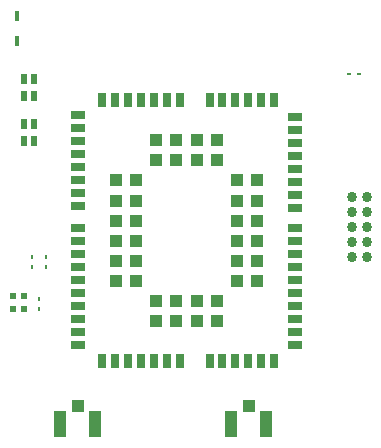
<source format=gtp>
G04*
G04 #@! TF.GenerationSoftware,Altium Limited,Altium Designer,22.9.1 (49)*
G04*
G04 Layer_Color=8421504*
%FSLAX44Y44*%
%MOMM*%
G71*
G04*
G04 #@! TF.SameCoordinates,160F3373-32AC-4E58-B31D-FCE43EB9D5FB*
G04*
G04*
G04 #@! TF.FilePolarity,Positive*
G04*
G01*
G75*
%ADD16R,1.0000X1.0500*%
%ADD17R,1.0500X2.2000*%
%ADD18R,0.5400X0.8500*%
%ADD19R,0.3600X0.2500*%
%ADD20R,0.2500X0.3600*%
%ADD21R,0.6000X0.6000*%
%ADD22C,0.8636*%
%ADD23R,0.4064X0.8636*%
%ADD24R,1.1500X0.7000*%
%ADD25R,0.7000X1.1500*%
%ADD26R,1.0000X1.0000*%
D16*
X68250Y43250D02*
D03*
X213000D02*
D03*
D17*
X53500Y28000D02*
D03*
X83000D02*
D03*
X198250D02*
D03*
X227750D02*
D03*
D18*
X23000Y320500D02*
D03*
X31500D02*
D03*
X23000Y306000D02*
D03*
X31500D02*
D03*
X31250Y267750D02*
D03*
X22750D02*
D03*
X31250Y282250D02*
D03*
X22750D02*
D03*
D19*
X297600Y325000D02*
D03*
X306000D02*
D03*
D20*
X35000Y125600D02*
D03*
Y134000D02*
D03*
X29000Y169400D02*
D03*
Y161000D02*
D03*
X41000Y169400D02*
D03*
Y161000D02*
D03*
D21*
X13000Y136250D02*
D03*
Y125750D02*
D03*
X23000Y136250D02*
D03*
Y125750D02*
D03*
D22*
X300000Y169300D02*
D03*
Y182000D02*
D03*
Y194700D02*
D03*
Y207400D02*
D03*
Y220100D02*
D03*
X312700D02*
D03*
Y207400D02*
D03*
Y194700D02*
D03*
Y182000D02*
D03*
Y169300D02*
D03*
D23*
X17000Y352205D02*
D03*
Y373795D02*
D03*
D24*
X252000Y95000D02*
D03*
Y106000D02*
D03*
Y117000D02*
D03*
Y128000D02*
D03*
Y139000D02*
D03*
Y150000D02*
D03*
Y161000D02*
D03*
Y172000D02*
D03*
Y183000D02*
D03*
Y194000D02*
D03*
Y211000D02*
D03*
Y222000D02*
D03*
Y233000D02*
D03*
Y244000D02*
D03*
Y255000D02*
D03*
Y266000D02*
D03*
Y277000D02*
D03*
Y288000D02*
D03*
X68400Y290000D02*
D03*
Y279000D02*
D03*
Y268000D02*
D03*
Y257000D02*
D03*
Y246000D02*
D03*
Y235000D02*
D03*
Y224000D02*
D03*
Y213000D02*
D03*
Y194000D02*
D03*
Y183000D02*
D03*
Y172000D02*
D03*
Y161000D02*
D03*
Y150000D02*
D03*
Y139000D02*
D03*
Y128000D02*
D03*
Y117000D02*
D03*
Y106000D02*
D03*
Y95000D02*
D03*
D25*
X234700Y302250D02*
D03*
X223700D02*
D03*
X212700D02*
D03*
X201700D02*
D03*
X190700D02*
D03*
X179700D02*
D03*
X154700D02*
D03*
X143700D02*
D03*
X132700D02*
D03*
X121700D02*
D03*
X110700D02*
D03*
X99700D02*
D03*
X88700D02*
D03*
Y81750D02*
D03*
X99700D02*
D03*
X110700D02*
D03*
X121700D02*
D03*
X132700D02*
D03*
X143700D02*
D03*
X154700D02*
D03*
X179700D02*
D03*
X190700D02*
D03*
X201700D02*
D03*
X212700D02*
D03*
X223700D02*
D03*
X234700D02*
D03*
D26*
X219700Y149500D02*
D03*
Y166500D02*
D03*
Y183500D02*
D03*
Y200500D02*
D03*
Y217500D02*
D03*
Y234500D02*
D03*
X185700Y268500D02*
D03*
X168700D02*
D03*
X151700D02*
D03*
X134700D02*
D03*
X100700Y234500D02*
D03*
Y217500D02*
D03*
Y200500D02*
D03*
Y183500D02*
D03*
Y166500D02*
D03*
Y149500D02*
D03*
X134700Y115500D02*
D03*
X151700D02*
D03*
X168700D02*
D03*
X185700D02*
D03*
X202700Y149500D02*
D03*
Y166500D02*
D03*
Y183500D02*
D03*
Y200500D02*
D03*
Y217500D02*
D03*
Y234500D02*
D03*
X185700Y251500D02*
D03*
X168700D02*
D03*
X151700D02*
D03*
X134700D02*
D03*
X117700Y234500D02*
D03*
Y217500D02*
D03*
Y200500D02*
D03*
Y183500D02*
D03*
Y166500D02*
D03*
Y149500D02*
D03*
X134700Y132500D02*
D03*
X151700D02*
D03*
X168700D02*
D03*
X185700D02*
D03*
M02*

</source>
